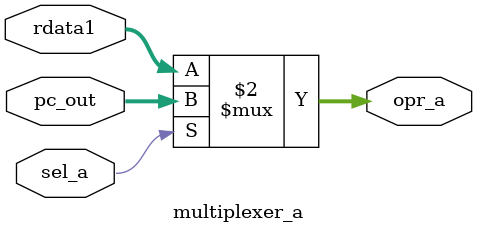
<source format=sv>
module multiplexer_a(
    input logic [31:0] pc_out, 
    input logic sel_a,
    input logic [31:0] rdata1,
   // input logic [4:0] shamt,       // 5-bit shift amount for shift instructions
   // input logic shift_en,          // Flag to indicate if the operation is a shift
    output logic [31:0] opr_a
);

always_comb
begin
        opr_a = sel_a ? pc_out : rdata1;
end


endmodule
</source>
